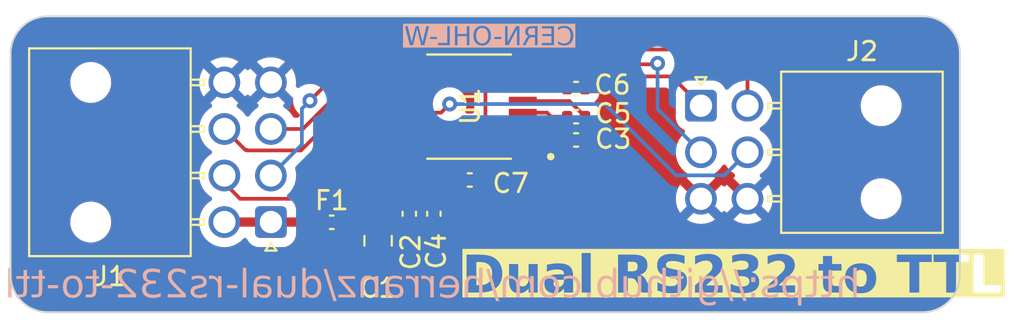
<source format=kicad_pcb>
(kicad_pcb (version 20221018) (generator pcbnew)
  (layers (0 "F.Cu" signal) (31 "B.Cu" signal) (34 "B.Paste" user) (35 "F.Paste" user) (36 "B.SilkS" user "B.Silkscreen") (37 "F.SilkS" user "F.Silkscreen") (38 "B.Mask" user) (39 "F.Mask" user) (44 "Edge.Cuts" user))
  (net 0 "")
  (net 1 "Net-(U1-VCC)")
  (net 2 "GND")
  (net 3 "Net-(U1-C1+)")
  (net 4 "Net-(U1-C1-)")
  (net 5 "Net-(U1-C2+)")
  (net 6 "Net-(U1-C2-)")
  (net 7 "Net-(U1-VS-)")
  (net 8 "Net-(U1-VS+)")
  (net 9 "+3V3")
  (net 10 "/RX1_TTL")
  (net 11 "/TX1_TTL")
  (net 12 "/RX0_TTL")
  (net 13 "/TX0_TTL")
  (net 14 "/TX1_RS232")
  (net 15 "/RX1_RS232")
  (net 16 "/TX0_RS232")
  (net 17 "/RX0_RS232")
  (footprint "Capacitor_SMD:C_0402_1005Metric" (layer "F.Cu") (at 108.9406 78.8162 90)
    (fp_text reference "C4" (at -2.0066 0.127 90) (layer "F.SilkS"))
    (fp_text value "10pf")
    (fp_line (start -0.107836 -0.36) (end 0.107836 -0.36) (stroke (width 0.12)) (layer "F.SilkS"))
    (fp_line (start -0.107836 0.36) (end 0.107836 0.36) (stroke (width 0.12)) (layer "F.SilkS"))
    (pad "1" smd roundrect (at -0.48 0 90) (size 0.56 0.62) (layers "F.Cu" "F.Paste" "F.Mask") (net 1 "Net-(U1-VCC)"))
    (pad "2" smd roundrect (at 0.48 0 90) (size 0.56 0.62) (layers "F.Cu" "F.Paste" "F.Mask") (net 2 "GND"))
  )
  (footprint "Herranz - IC:SOP65P640X110-16N" (layer "F.Cu") (at 110.8325 73.05925 180)
    (fp_text reference "U1" (at -0.0575 0.01925 270) (layer "F.SilkS"))
    (fp_text value "MAX3232EEUE")
    (fp_line (start -2.25 -2.8) (end 2.25 -2.8) (stroke (width 0.127)) (layer "F.SilkS"))
    (fp_line (start -2.25 2.8) (end 2.25 2.8) (stroke (width 0.127)) (layer "F.SilkS"))
    (fp_circle (center -4.385 -2.685) (end -4.285 -2.685) (stroke (width 0.2)) (fill none) (layer "F.SilkS"))
    (pad "1" smd roundrect (at -2.885 -2.275 180) (size 1.5 0.41) (layers "F.Cu" "F.Paste" "F.Mask") (roundrect_rratio 0.05) (net 3 "Net-(U1-C1+)"))
    (pad "2" smd roundrect (at -2.885 -1.625 180) (size 1.5 0.41) (layers "F.Cu" "F.Paste" "F.Mask") (roundrect_rratio 0.05) (net 8 "Net-(U1-VS+)"))
    (pad "3" smd roundrect (at -2.885 -0.975 180) (size 1.5 0.41) (layers "F.Cu" "F.Paste" "F.Mask") (roundrect_rratio 0.05) (net 4 "Net-(U1-C1-)"))
    (pad "4" smd roundrect (at -2.885 -0.325 180) (size 1.5 0.41) (layers "F.Cu" "F.Paste" "F.Mask") (roundrect_rratio 0.05) (net 5 "Net-(U1-C2+)"))
    (pad "5" smd roundrect (at -2.885 0.325 180) (size 1.5 0.41) (layers "F.Cu" "F.Paste" "F.Mask") (roundrect_rratio 0.05) (net 6 "Net-(U1-C2-)"))
    (pad "6" smd roundrect (at -2.885 0.975 180) (size 1.5 0.41) (layers "F.Cu" "F.Paste" "F.Mask") (roundrect_rratio 0.05) (net 7 "Net-(U1-VS-)"))
    (pad "7" smd roundrect (at -2.885 1.625 180) (size 1.5 0.41) (layers "F.Cu" "F.Paste" "F.Mask") (roundrect_rratio 0.05) (net 14 "/TX1_RS232"))
    (pad "8" smd roundrect (at -2.885 2.275 180) (size 1.5 0.41) (layers "F.Cu" "F.Paste" "F.Mask") (roundrect_rratio 0.05) (net 15 "/RX1_RS232"))
    (pad "9" smd roundrect (at 2.885 2.275 180) (size 1.5 0.41) (layers "F.Cu" "F.Paste" "F.Mask") (roundrect_rratio 0.05) (net 10 "/RX1_TTL"))
    (pad "10" smd roundrect (at 2.885 1.625 180) (size 1.5 0.41) (layers "F.Cu" "F.Paste" "F.Mask") (roundrect_rratio 0.05) (net 11 "/TX1_TTL"))
    (pad "11" smd roundrect (at 2.885 0.975 180) (size 1.5 0.41) (layers "F.Cu" "F.Paste" "F.Mask") (roundrect_rratio 0.05) (net 13 "/TX0_TTL"))
    (pad "12" smd roundrect (at 2.885 0.325 180) (size 1.5 0.41) (layers "F.Cu" "F.Paste" "F.Mask") (roundrect_rratio 0.05) (net 12 "/RX0_TTL"))
    (pad "13" smd roundrect (at 2.885 -0.325 180) (size 1.5 0.41) (layers "F.Cu" "F.Paste" "F.Mask") (roundrect_rratio 0.05) (net 17 "/RX0_RS232"))
    (pad "14" smd roundrect (at 2.885 -0.975 180) (size 1.5 0.41) (layers "F.Cu" "F.Paste" "F.Mask") (roundrect_rratio 0.05) (net 16 "/TX0_RS232"))
    (pad "15" smd roundrect (at 2.885 -1.625 180) (size 1.5 0.41) (layers "F.Cu" "F.Paste" "F.Mask") (roundrect_rratio 0.05) (net 2 "GND"))
    (pad "16" smd roundrect (at 2.885 -2.275 180) (size 1.5 0.41) (layers "F.Cu" "F.Paste" "F.Mask") (roundrect_rratio 0.05) (net 1 "Net-(U1-VCC)"))
  )
  (footprint "Capacitor_SMD:C_0402_1005Metric" (layer "F.Cu") (at 116.5825 74.84925 180)
    (fp_text reference "C3" (at -1.99 0.05) (layer "F.SilkS"))
    (fp_text value "0.1uF")
    (fp_line (start -0.107836 -0.36) (end 0.107836 -0.36) (stroke (width 0.12)) (layer "F.SilkS"))
    (fp_line (start -0.107836 0.36) (end 0.107836 0.36) (stroke (width 0.12)) (layer "F.SilkS"))
    (pad "1" smd roundrect (at -0.48 0 180) (size 0.56 0.62) (layers "F.Cu" "F.Paste" "F.Mask") (net 3 "Net-(U1-C1+)"))
    (pad "2" smd roundrect (at 0.48 0 180) (size 0.56 0.62) (layers "F.Cu" "F.Paste" "F.Mask") (net 4 "Net-(U1-C1-)"))
  )
  (footprint "Inductor_SMD:L_0402_1005Metric_Pad0.77x0.64mm_HandSolder" (layer "F.Cu") (at 103.4542 79.2734)
    (fp_text reference "F1" (at 0 -1.17) (layer "F.SilkS"))
    (fp_text value "~")
    (fp_line (start -0.1002 -0.36) (end 0.1002 -0.36) (stroke (width 0.12)) (layer "F.SilkS"))
    (fp_line (start -0.1002 0.36) (end 0.1002 0.36) (stroke (width 0.12)) (layer "F.SilkS"))
    (pad "1" smd roundrect (at -0.5725 0) (size 0.765 0.64) (layers "F.Cu" "F.Paste" "F.Mask") (net 9 "+3V3"))
    (pad "2" smd roundrect (at 0.5725 0) (size 0.765 0.64) (layers "F.Cu" "F.Paste" "F.Mask") (net 1 "Net-(U1-VCC)"))
  )
  (footprint "Herranz - Conn Molex:Molex_Nano-Fit_105314-xx06_2x03_P2.50mm_Horizontal" (layer "F.Cu") (at 123.29 73.01)
    (fp_text reference "J2" (at 8.65 -2.92) (layer "F.SilkS"))
    (fp_text value "Conn2x3")
    (fp_line (start -0.3 -1.534264) (end 0 -1.11) (stroke (width 0.12)) (layer "F.SilkS"))
    (fp_line (start 0 -1.11) (end 0.3 -1.534264) (stroke (width 0.12)) (layer "F.SilkS"))
    (fp_line (start 0.3 -1.534264) (end -0.3 -1.534264) (stroke (width 0.12)) (layer "F.SilkS"))
    (fp_line (start 3.61 -0.15) (end 3.61 0.15) (stroke (width 0.12)) (layer "F.SilkS"))
    (fp_line (start 3.61 0.15) (end 4.31 0.15) (stroke (width 0.12)) (layer "F.SilkS"))
    (fp_line (start 3.61 2.35) (end 3.61 2.65) (stroke (width 0.12)) (layer "F.SilkS"))
    (fp_line (start 3.61 2.65) (end 4.31 2.65) (stroke (width 0.12)) (layer "F.SilkS"))
    (fp_line (start 3.61 4.85) (end 3.61 5.15) (stroke (width 0.12)) (layer "F.SilkS"))
    (fp_line (start 3.61 5.15) (end 4.31 5.15) (stroke (width 0.12)) (layer "F.SilkS"))
    (fp_line (start 4.31 -1.83) (end 4.31 6.83) (stroke (width 0.12)) (layer "F.SilkS"))
    (fp_line (start 4.31 -0.15) (end 3.61 -0.15) (stroke (width 0.12)) (layer "F.SilkS"))
    (fp_line (start 4.31 0.15) (end 4.31 -0.15) (stroke (width 0.12)) (layer "F.SilkS"))
    (fp_line (start 4.31 2.35) (end 3.61 2.35) (stroke (width 0.12)) (layer "F.SilkS"))
    (fp_line (start 4.31 2.65) (end 4.31 2.35) (stroke (width 0.12)) (layer "F.SilkS"))
    (fp_line (start 4.31 4.85) (end 3.61 4.85) (stroke (width 0.12)) (layer "F.SilkS"))
    (fp_line (start 4.31 5.15) (end 4.31 4.85) (stroke (width 0.12)) (layer "F.SilkS"))
    (fp_line (start 4.31 6.83) (end 12.99 6.83) (stroke (width 0.12)) (layer "F.SilkS"))
    (fp_line (start 12.99 -1.83) (end 4.31 -1.83) (stroke (width 0.12)) (layer "F.SilkS"))
    (fp_line (start 12.99 6.83) (end 12.99 -1.83) (stroke (width 0.12)) (layer "F.SilkS"))
    (pad "" np_thru_hole circle (at 9.68 0) (size 1.7 1.7) (drill 1.7) (layers "*.Cu" "*.Mask"))
    (pad "" np_thru_hole circle (at 9.68 5) (size 1.7 1.7) (drill 1.7) (layers "*.Cu" "*.Mask"))
    (pad "1" thru_hole roundrect (at 0 0) (size 1.7 1.7) (drill 1.2) (layers "*.Cu" "*.Mask") (roundrect_rratio 0.147059) (net 14 "/TX1_RS232"))
    (pad "2" thru_hole circle (at 0 2.5) (size 1.7 1.7) (drill 1.2) (layers "*.Cu" "*.Mask") (net 15 "/RX1_RS232"))
    (pad "3" thru_hole circle (at 0 5) (size 1.7 1.7) (drill 1.2) (layers "*.Cu" "*.Mask") (net 2 "GND"))
    (pad "4" thru_hole circle (at 2.5 0) (size 1.7 1.7) (drill 1.2) (layers "*.Cu" "*.Mask") (net 16 "/TX0_RS232"))
    (pad "5" thru_hole circle (at 2.5 2.5) (size 1.7 1.7) (drill 1.2) (layers "*.Cu" "*.Mask") (net 17 "/RX0_RS232"))
    (pad "6" thru_hole circle (at 2.5 5) (size 1.7 1.7) (drill 1.2) (layers "*.Cu" "*.Mask") (net 2 "GND"))
  )
  (footprint "Capacitor_SMD:C_0402_1005Metric" (layer "F.Cu") (at 110.87 77 180)
    (fp_text reference "C7" (at -2.2 -0.18) (layer "F.SilkS"))
    (fp_text value "0.1uF")
    (fp_line (start -0.107836 -0.36) (end 0.107836 -0.36) (stroke (width 0.12)) (layer "F.SilkS"))
    (fp_line (start -0.107836 0.36) (end 0.107836 0.36) (stroke (width 0.12)) (layer "F.SilkS"))
    (pad "1" smd roundrect (at -0.48 0 180) (size 0.56 0.62) (layers "F.Cu" "F.Paste" "F.Mask") (net 8 "Net-(U1-VS+)"))
    (pad "2" smd roundrect (at 0.48 0 180) (size 0.56 0.62) (layers "F.Cu" "F.Paste" "F.Mask") (net 2 "GND"))
  )
  (footprint "Capacitor_SMD:C_0805_2012Metric" (layer "F.Cu") (at 105.9434 80.264 -90)
    (fp_text reference "C1" (at 2.54 0.01 -180) (layer "F.SilkS"))
    (fp_text value "0.1uF" hide)
    (fp_line (start -0.261252 -0.735) (end 0.261252 -0.735) (stroke (width 0.12)) (layer "F.SilkS"))
    (fp_line (start -0.261252 0.735) (end 0.261252 0.735) (stroke (width 0.12)) (layer "F.SilkS"))
    (pad "1" smd roundrect (at -0.95 0 270) (size 1 1.45) (layers "F.Cu" "F.Paste" "F.Mask") (net 1 "Net-(U1-VCC)"))
    (pad "2" smd roundrect (at 0.95 0 270) (size 1 1.45) (layers "F.Cu" "F.Paste" "F.Mask") (net 2 "GND"))
  )
  (footprint "Capacitor_SMD:C_0402_1005Metric" (layer "F.Cu") (at 116.5825 73.59925)
    (fp_text reference "C5" (at 1.99 -0.17) (layer "F.SilkS"))
    (fp_text value "0.1uF")
    (fp_line (start -0.107836 -0.36) (end 0.107836 -0.36) (stroke (width 0.12)) (layer "F.SilkS"))
    (fp_line (start -0.107836 0.36) (end 0.107836 0.36) (stroke (width 0.12)) (layer "F.SilkS"))
    (pad "1" smd roundrect (at -0.48 0) (size 0.56 0.62) (layers "F.Cu" "F.Paste" "F.Mask") (net 5 "Net-(U1-C2+)"))
    (pad "2" smd roundrect (at 0.48 0) (size 0.56 0.62) (layers "F.Cu" "F.Paste" "F.Mask") (net 6 "Net-(U1-C2-)"))
  )
  (footprint "Herranz - Conn Molex:Molex_Nano-Fit_105314-xx08_2x04_P2.50mm_Horizontal" (layer "F.Cu") (at 100.185 79.26 180)
    (fp_text reference "J1" (at 8.65 -2.92 180) (layer "F.SilkS"))
    (fp_text value "Conn2x4")
    (fp_line (start -0.3 -1.534264) (end 0 -1.11) (stroke (width 0.12)) (layer "F.SilkS"))
    (fp_line (start 0 -1.11) (end 0.3 -1.534264) (stroke (width 0.12)) (layer "F.SilkS"))
    (fp_line (start 0.3 -1.534264) (end -0.3 -1.534264) (stroke (width 0.12)) (layer "F.SilkS"))
    (fp_line (start 3.61 -0.15) (end 3.61 0.15) (stroke (width 0.12)) (layer "F.SilkS"))
    (fp_line (start 3.61 0.15) (end 4.31 0.15) (stroke (width 0.12)) (layer "F.SilkS"))
    (fp_line (start 3.61 2.35) (end 3.61 2.65) (stroke (width 0.12)) (layer "F.SilkS"))
    (fp_line (start 3.61 2.65) (end 4.31 2.65) (stroke (width 0.12)) (layer "F.SilkS"))
    (fp_line (start 3.61 4.85) (end 3.61 5.15) (stroke (width 0.12)) (layer "F.SilkS"))
    (fp_line (start 3.61 5.15) (end 4.31 5.15) (stroke (width 0.12)) (layer "F.SilkS"))
    (fp_line (start 3.61 7.35) (end 3.61 7.65) (stroke (width 0.12)) (layer "F.SilkS"))
    (fp_line (start 3.61 7.65) (end 4.31 7.65) (stroke (width 0.12)) (layer "F.SilkS"))
    (fp_line (start 4.31 -1.83) (end 4.31 9.33) (stroke (width 0.12)) (layer "F.SilkS"))
    (fp_line (start 4.31 -0.15) (end 3.61 -0.15) (stroke (width 0.12)) (layer "F.SilkS"))
    (fp_line (start 4.31 0.15) (end 4.31 -0.15) (stroke (width 0.12)) (layer "F.SilkS"))
    (fp_line (start 4.31 2.35) (end 3.61 2.35) (stroke (width 0.12)) (layer "F.SilkS"))
    (fp_line (start 4.31 2.65) (end 4.31 2.35) (stroke (width 0.12)) (layer "F.SilkS"))
    (fp_line (start 4.31 4.85) (end 3.61 4.85) (stroke (width 0.12)) (layer "F.SilkS"))
    (fp_line (start 4.31 5.15) (end 4.31 4.85) (stroke (width 0.12)) (layer "F.SilkS"))
    (fp_line (start 4.31 7.35) (end 3.61 7.35) (stroke (width 0.12)) (layer "F.SilkS"))
    (fp_line (start 4.31 7.65) (end 4.31 7.35) (stroke (width 0.12)) (layer "F.SilkS"))
    (fp_line (start 4.31 9.33) (end 12.99 9.33) (stroke (width 0.12)) (layer "F.SilkS"))
    (fp_line (start 12.99 -1.83) (end 4.31 -1.83) (stroke (width 0.12)) (layer "F.SilkS"))
    (fp_line (start 12.99 9.33) (end 12.99 -1.83) (stroke (width 0.12)) (layer "F.SilkS"))
    (pad "" np_thru_hole circle (at 9.68 0 180) (size 1.7 1.7) (drill 1.7) (layers "*.Cu" "*.Mask"))
    (pad "" np_thru_hole circle (at 9.68 7.5 180) (size 1.7 1.7) (drill 1.7) (layers "*.Cu" "*.Mask"))
    (pad "1" thru_hole roundrect (at 0 0 180) (size 1.7 1.7) (drill 1.2) (layers "*.Cu" "*.Mask") (roundrect_rratio 0.147059) (net 9 "+3V3"))
    (pad "2" thru_hole circle (at 0 2.5 180) (size 1.7 1.7) (drill 1.2) (layers "*.Cu" "*.Mask") (net 10 "/RX1_TTL"))
    (pad "3" thru_hole circle (at 0 5 180) (size 1.7 1.7) (drill 1.2) (layers "*.Cu" "*.Mask") (net 11 "/TX1_TTL"))
    (pad "4" thru_hole circle (at 0 7.5 180) (size 1.7 1.7) (drill 1.2) (layers "*.Cu" "*.Mask") (net 2 "GND"))
    (pad "5" thru_hole circle (at 2.5 0 180) (size 1.7 1.7) (drill 1.2) (layers "*.Cu" "*.Mask") (net 9 "+3V3"))
    (pad "6" thru_hole circle (at 2.5 2.5 180) (size 1.7 1.7) (drill 1.2) (layers "*.Cu" "*.Mask") (net 12 "/RX0_TTL"))
    (pad "7" thru_hole circle (at 2.5 5 180) (size 1.7 1.7) (drill 1.2) (layers "*.Cu" "*.Mask") (net 13 "/TX0_TTL"))
    (pad "8" thru_hole circle (at 2.5 7.5 180) (size 1.7 1.7) (drill 1.2) (layers "*.Cu" "*.Mask") (net 2 "GND"))
  )
  (footprint "Capacitor_SMD:C_0402_1005Metric" (layer "F.Cu") (at 107.6198 78.8162 90)
    (fp_text reference "C2" (at -2.0574 0.0762 90) (layer "F.SilkS"))
    (fp_text value "0.1uF")
    (fp_line (start -0.107836 -0.36) (end 0.107836 -0.36) (stroke (width 0.12)) (layer "F.SilkS"))
    (fp_line (start -0.107836 0.36) (end 0.107836 0.36) (stroke (width 0.12)) (layer "F.SilkS"))
    (pad "1" smd roundrect (at -0.48 0 90) (size 0.56 0.62) (layers "F.Cu" "F.Paste" "F.Mask") (net 1 "Net-(U1-VCC)"))
    (pad "2" smd roundrect (at 0.48 0 90) (size 0.56 0.62) (layers "F.Cu" "F.Paste" "F.Mask") (net 2 "GND"))
  )
  (footprint "Capacitor_SMD:C_0402_1005Metric" (layer "F.Cu") (at 116.58 72.09)
    (fp_text reference "C6" (at 1.95 -0.2) (layer "F.SilkS"))
    (fp_text value "0.1uF")
    (fp_line (start -0.107836 -0.36) (end 0.107836 -0.36) (stroke (width 0.12)) (layer "F.SilkS"))
    (fp_line (start -0.107836 0.36) (end 0.107836 0.36) (stroke (width 0.12)) (layer "F.SilkS"))
    (pad "1" smd roundrect (at -0.48 0) (size 0.56 0.62) (layers "F.Cu" "F.Paste" "F.Mask") (net 7 "Net-(U1-VS-)"))
    (pad "2" smd roundrect (at 0.48 0) (size 0.56 0.62) (layers "F.Cu" "F.Paste" "F.Mask") (net 2 "GND"))
  )
  (gr_line (start 135.2 84.1) (end 88.2 84.1) (stroke (width 0.1)) (layer "Edge.Cuts"))
  (gr_arc (start 135.2 68.21) (mid 136.614214 68.795786) (end 137.2 70.21) (stroke (width 0.1)) (layer "Edge.Cuts"))
  (gr_line (start 137.2 70.21) (end 137.2 82.1) (stroke (width 0.1)) (layer "Edge.Cuts"))
  (gr_arc (start 86.2 70.21) (mid 86.785786 68.795786) (end 88.2 68.21) (stroke (width 0.1)) (layer "Edge.Cuts"))
  (gr_arc (start 137.2 82.1) (mid 136.614214 83.514214) (end 135.2 84.1) (stroke (width 0.1)) (layer "Edge.Cuts"))
  (gr_line (start 88.2 68.21) (end 135.2 68.21) (stroke (width 0.1)) (layer "Edge.Cuts"))
  (gr_line (start 86.2 82.1) (end 86.2 70.21) (stroke (width 0.1)) (layer "Edge.Cuts"))
  (gr_arc (start 88.2 84.1) (mid 86.785786 83.514214) (end 86.2 82.1) (stroke (width 0.1)) (layer "Edge.Cuts"))
  (gr_text "CERN-OHL-W" (at 116.5098 69.9262) (layer "B.SilkS" knockout) (effects (font (size 1 1)) (justify left bottom mirror)))
  (gr_text "https://github.com/herranz/dual-rs232-to-ttl" (at 131.8514 83.566) (layer "B.SilkS") (effects (font (size 1.5 1.5)) (justify left bottom mirror)))
  (gr_text "Dual RS232 to TTL " (at 110.4392 83.3882) (layer "F.SilkS" knockout) (effects (font (size 2 2) (thickness 0.2) bold) (justify left bottom)))
  (segment (start 105.9434 79.314) (end 108.9228 79.314) (width 0.5) (layer "F.Cu") (net 1))
  (segment (start 105.9434 76.1746) (end 106.77875 75.33925) (width 0.5) (layer "F.Cu") (net 1))
  (segment (start 104.0267 79.2734) (end 104.0333 79.28) (width 0.5) (layer "F.Cu") (net 1))
  (segment (start 105.9434 76.1746) (end 105.9434 79.314) (width 0.5) (layer "F.Cu") (net 1))
  (segment (start 108.9228 79.314) (end 108.9406 79.2962) (width 0.5) (layer "F.Cu") (net 1))
  (segment (start 104.0267 79.2734) (end 105.9028 79.2734) (width 0.5) (layer "F.Cu") (net 1))
  (segment (start 106.77875 75.33925) (end 107.9475 75.33925) (width 0.5) (layer "F.Cu") (net 1))
  (segment (start 105.9028 79.2734) (end 105.9434 79.314) (width 0.5) (layer "F.Cu") (net 1))
  (segment (start 116.88 75.69) (end 117.0625 75.5075) (width 0.2) (layer "F.Cu") (net 3))
  (segment (start 114.91425 75.33425) (end 115.27 75.69) (width 0.2) (layer "F.Cu") (net 3))
  (segment (start 113.7175 75.33425) (end 114.91425 75.33425) (width 0.2) (layer "F.Cu") (net 3))
  (segment (start 117.0625 75.5075) (end 117.0625 74.84925) (width 0.2) (layer "F.Cu") (net 3))
  (segment (start 115.27 75.69) (end 116.88 75.69) (width 0.2) (layer "F.Cu") (net 3))
  (segment (start 116.1025 74.84925) (end 115.77925 74.84925) (width 0.2) (layer "F.Cu") (net 4))
  (segment (start 114.96425 74.03425) (end 113.7175 74.03425) (width 0.2) (layer "F.Cu") (net 4))
  (segment (start 115.77925 74.84925) (end 114.96425 74.03425) (width 0.2) (layer "F.Cu") (net 4))
  (segment (start 116.1025 73.59925) (end 115.23925 73.59925) (width 0.2) (layer "F.Cu") (net 5))
  (segment (start 115.23925 73.59925) (end 115.02425 73.38425) (width 0.2) (layer "F.Cu") (net 5))
  (segment (start 115.02425 73.38425) (end 113.7175 73.38425) (width 0.2) (layer "F.Cu") (net 5))
  (segment (start 116.22325 72.76) (end 113.74325 72.76) (width 0.2) (layer "F.Cu") (net 6))
  (segment (start 117.0625 73.59925) (end 116.22325 72.76) (width 0.2) (layer "F.Cu") (net 6))
  (segment (start 113.74325 72.76) (end 113.7175 72.73425) (width 0.2) (layer "F.Cu") (net 6))
  (segment (start 113.7175 72.08425) (end 116.09425 72.08425) (width 0.2) (layer "F.Cu") (net 7))
  (segment (start 116.09425 72.08425) (end 116.1 72.09) (width 0.2) (layer "F.Cu") (net 7))
  (segment (start 111.35 75.94) (end 112.60575 74.68425) (width 0.2) (layer "F.Cu") (net 8))
  (segment (start 111.35 77) (end 111.35 75.94) (width 0.2) (layer "F.Cu") (net 8))
  (segment (start 112.60575 74.68425) (end 113.7175 74.68425) (width 0.2) (layer "F.Cu") (net 8))
  (segment (start 97.685 79.26) (end 102.8683 79.26) (width 0.5) (layer "F.Cu") (net 9))
  (segment (start 104.23575 70.78425) (end 107.9475 70.78425) (width 0.2) (layer "F.Cu") (net 10))
  (segment (start 102.28 72.74) (end 104.23575 70.78425) (width 0.2) (layer "F.Cu") (net 10))
  (via (at 102.28 72.74) (size 0.8) (drill 0.4) (layers "F.Cu" "B.Cu") (net 10))
  (segment (start 101.85 73.62) (end 101.85 73.17) (width 0.2) (layer "B.Cu") (net 10))
  (segment (start 100.185 76.76) (end 101.85 75.095) (width 0.2) (layer "B.Cu") (net 10))
  (segment (start 101.85 73.17) (end 102.28 72.74) (width 0.2) (layer "B.Cu") (net 10))
  (segment (start 101.85 75.095) (end 101.85 73.62) (width 0.2) (layer "B.Cu") (net 10))
  (segment (start 100.185 74.26) (end 101.9 74.26) (width 0.2) (layer "F.Cu") (net 11))
  (segment (start 101.9 74.26) (end 104.72575 71.43425) (width 0.2) (layer "F.Cu") (net 11))
  (segment (start 104.72575 71.43425) (end 107.9475 71.43425) (width 0.2) (layer "F.Cu") (net 11))
  (segment (start 98.53 78.01) (end 101.64 78.01) (width 0.2) (layer "F.Cu") (net 12))
  (segment (start 101.64 78.01) (end 104.12 75.53) (width 0.2) (layer "F.Cu") (net 12))
  (segment (start 105.17575 72.73425) (end 107.9475 72.73425) (width 0.2) (layer "F.Cu") (net 12))
  (segment (start 97.685 76.76) (end 97.685 77.165) (width 0.2) (layer "F.Cu") (net 12))
  (segment (start 97.685 77.165) (end 98.53 78.01) (width 0.2) (layer "F.Cu") (net 12))
  (segment (start 104.12 73.79) (end 105.17575 72.73425) (width 0.2) (layer "F.Cu") (net 12))
  (segment (start 104.12 75.53) (end 104.12 73.79) (width 0.2) (layer "F.Cu") (net 12))
  (segment (start 97.685 74.26) (end 98.805 75.38) (width 0.2) (layer "F.Cu") (net 13))
  (segment (start 98.91 75.41) (end 101.8 75.41) (width 0.2) (layer "F.Cu") (net 13))
  (segment (start 107.94325 72.08) (end 107.9475 72.08425) (width 0.2) (layer "F.Cu") (net 13))
  (segment (start 105.13 72.08) (end 107.94325 72.08) (width 0.2) (layer "F.Cu") (net 13))
  (segment (start 101.8 75.41) (end 105.13 72.08) (width 0.2) (layer "F.Cu") (net 13))
  (segment (start 98.88 75.38) (end 98.91 75.41) (width 0.2) (layer "F.Cu") (net 13))
  (segment (start 98.805 75.38) (end 98.88 75.38) (width 0.2) (layer "F.Cu") (net 13))
  (segment (start 113.7175 71.43425) (end 121.71425 71.43425) (width 0.2) (layer "F.Cu") (net 14))
  (segment (start 121.71425 71.43425) (end 123.29 73.01) (width 0.2) (layer "F.Cu") (net 14))
  (segment (start 120.96 70.75) (end 120.96 70.73475) (width 0.2) (layer "F.Cu") (net 15))
  (segment (start 120.92575 70.78425) (end 120.96 70.75) (width 0.2) (layer "F.Cu") (net 15))
  (segment (start 113.7175 70.78425) (end 120.92575 70.78425) (width 0.2) (layer "F.Cu") (net 15))
  (via (at 120.96 70.73475) (size 0.8) (drill 0.4) (layers "F.Cu" "B.Cu") (net 15))
  (segment (start 120.96 70.73475) (end 120.96 73.18) (width 0.2) (layer "B.Cu") (net 15))
  (segment (start 120.96 73.18) (end 123.29 75.51) (width 0.2) (layer "B.Cu") (net 15))
  (segment (start 111.71 73.79) (end 111.71 70.28) (width 0.2) (layer "F.Cu") (net 16))
  (segment (start 107.9475 74.03425) (end 111.46575 74.03425) (width 0.2) (layer "F.Cu") (net 16))
  (segment (start 111.46575 74.03425) (end 111.71 73.79) (width 0.2) (layer "F.Cu") (net 16))
  (segment (start 125.79 70.96) (end 125.79 73.01) (width 0.2) (layer "F.Cu") (net 16))
  (segment (start 111.71 70.28) (end 112 69.99) (width 0.2) (layer "F.Cu") (net 16))
  (segment (start 112 69.99) (end 124.82 69.99) (width 0.2) (layer "F.Cu") (net 16))
  (segment (start 124.82 69.99) (end 125.79 70.96) (width 0.2) (layer "F.Cu") (net 16))
  (segment (start 107.9475 73.38425) (end 109.32575 73.38425) (width 0.2) (layer "F.Cu") (net 17))
  (segment (start 109.32575 73.38425) (end 109.79 72.92) (width 0.2) (layer "F.Cu") (net 17))
  (via (at 109.79 72.92) (size 0.8) (drill 0.4) (layers "F.Cu" "B.Cu") (net 17))
  (segment (start 121.96 76.75) (end 124.55 76.75) (width 0.2) (layer "B.Cu") (net 17))
  (segment (start 118.13 72.92) (end 121.96 76.75) (width 0.2) (layer "B.Cu") (net 17))
  (segment (start 109.79 72.92) (end 118.13 72.92) (width 0.2) (layer "B.Cu") (net 17))
  (segment (start 124.55 76.75) (end 125.79 75.51) (width 0.2) (layer "B.Cu") (net 17))
  (zone (net 2) (net_name "GND") (layers "F&B.Cu") (name "GND") (connect_pads (clearance 0.5)) (min_thickness 0.25) (fill yes (thermal_gap 0.5) (thermal_bridge_width 0.5))
    (polygon (pts (xy 85.63 67.42) (xy 85.63 84.54) (xy 137.68 84.54) (xy 137.64 67.38) (xy 86.55 67.33)))
  )
)
</source>
